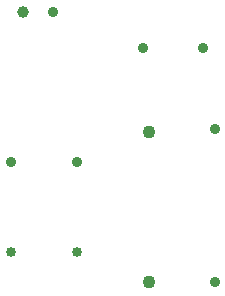
<source format=gbr>
G04 Generated by Ultiboard 14.3 *
%FSLAX34Y34*%
%MOMM*%

%ADD10C,0.0001*%
%ADD11C,0.8890*%
%ADD12C,1.1006*%
%ADD13C,0.8466*%
%ADD14C,0.9949*%
%ADD15C,0.9000*%


G04 ColorRGB 000000 for the following layer *
%LNDrill-Copper Top-Copper Bottom*%
%LPD*%
G54D11*
X138176Y224536D03*
X188976Y224536D03*
X26416Y128016D03*
X61976Y255016D03*
X82296Y128016D03*
G54D12*
X143256Y153416D03*
X143256Y26416D03*
G54D13*
X26416Y51816D03*
X82296Y51816D03*
G54D14*
X36576Y255016D03*
G54D15*
X199136Y156416D03*
X199136Y26416D03*

M02*

</source>
